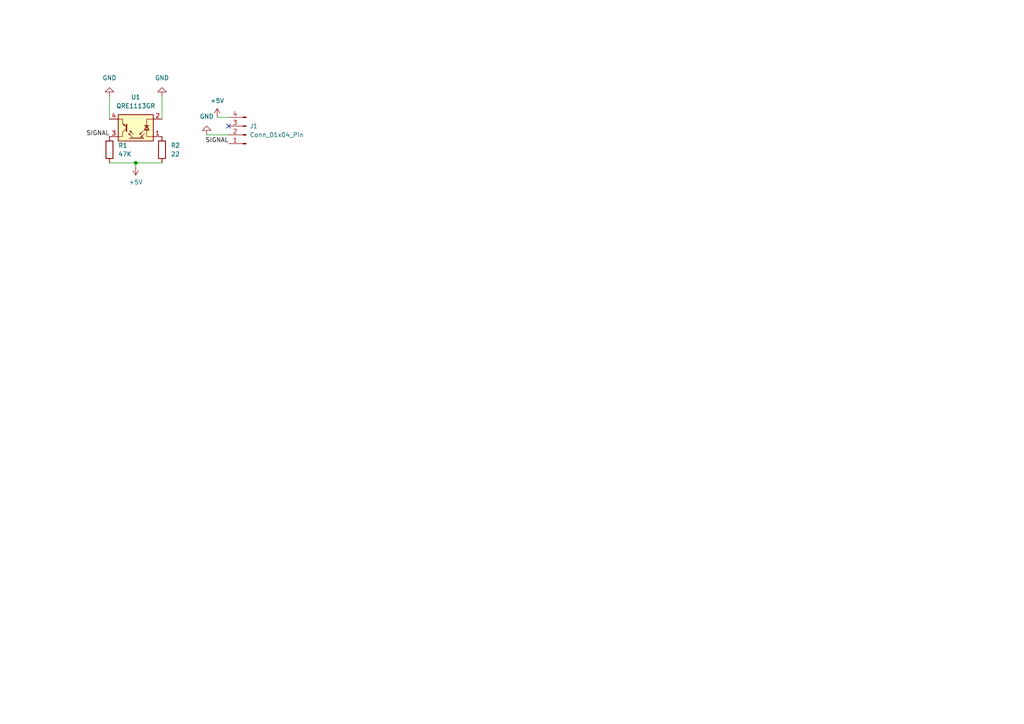
<source format=kicad_sch>
(kicad_sch (version 20230121) (generator eeschema)
  (paper "A4")
  (lib_symbols
    (symbol "Connector:Conn_01x04_Pin" (pin_names (offset 1.016) hide)
      (property "Reference" "J" (at 0 5.08 0))
      (property "Value" "Conn_01x04_Pin" (at 0 -7.62 0))
      (symbol "Conn_01x04_Pin_1_1"
        (polyline (pts (xy 1.27 -5.08) (xy 0.8636 -5.08)) (stroke (width 0.1524)))
        (polyline (pts (xy 1.27 -2.54) (xy 0.8636 -2.54)) (stroke (width 0.1524)))
        (polyline (pts (xy 1.27 0) (xy 0.8636 0)) (stroke (width 0.1524)))
        (polyline (pts (xy 1.27 2.54) (xy 0.8636 2.54)) (stroke (width 0.1524)))
        (rectangle (start 0.8636 -4.953) (end 0 -5.207) (stroke (width 0.1524)) (fill (type outline)))
        (rectangle (start 0.8636 -2.413) (end 0 -2.667) (stroke (width 0.1524)) (fill (type outline)))
        (rectangle (start 0.8636 0.127) (end 0 -0.127) (stroke (width 0.1524)) (fill (type outline)))
        (rectangle (start 0.8636 2.667) (end 0 2.413) (stroke (width 0.1524)) (fill (type outline)))
        (pin passive line (at 5.08 2.54 180) (length 3.81) (name "Pin_1") (number "1"))
        (pin passive line (at 5.08 0 180) (length 3.81) (name "Pin_2") (number "2"))
        (pin passive line (at 5.08 -2.54 180) (length 3.81) (name "Pin_3") (number "3"))
        (pin passive line (at 5.08 -5.08 180) (length 3.81) (name "Pin_4") (number "4"))
      )
    )
    (symbol "Device:R" (pin_numbers hide) (pin_names (offset 0))
      (property "Reference" "R" (at 2.032 0 90))
      (property "Value" "R" (at 0 0 90))
      (symbol "R_0_1"
        (rectangle (start -1.016 -2.54) (end 1.016 2.54) (stroke (width 0.254)))
      )
      (symbol "R_1_1"
        (pin passive line (at 0 3.81 270) (length 1.27) (name "~") (number "1"))
        (pin passive line (at 0 -3.81 90) (length 1.27) (name "~") (number "2"))
      )
    )
    (symbol "Sensor_Proximity:QRE1113GR" (pin_names (offset 0.0254) hide)
      (property "Reference" "U" (at -3.81 5.08 0))
      (property "Value" "QRE1113GR" (at 11.43 5.08 0))
      (symbol "QRE1113GR_0_1"
        (polyline (pts (xy -3.81 -0.635) (xy -2.54 -0.635)) (stroke (width 0.254)))
        (polyline (pts (xy -2.286 2.921) (xy -2.032 3.175)))
        (polyline (pts (xy -1.778 2.921) (xy -1.524 3.175)))
        (polyline (pts (xy -1.524 2.667) (xy -1.651 2.159)))
        (polyline (pts (xy -1.27 2.921) (xy -1.016 3.175)))
        (polyline (pts (xy -1.143 1.905) (xy -1.27 1.397)))
        (polyline (pts (xy -0.762 2.921) (xy -0.508 3.175)))
        (polyline (pts (xy -0.254 2.921) (xy 0 3.175)))
        (polyline (pts (xy 0.254 2.921) (xy 0.508 3.175)))
        (polyline (pts (xy 0.762 2.921) (xy 1.016 3.175)))
        (polyline (pts (xy 1.27 2.921) (xy 1.524 3.175)))
        (polyline (pts (xy 1.651 0.889) (xy 1.143 1.016)))
        (polyline (pts (xy 1.778 2.921) (xy -2.413 2.921)))
        (polyline (pts (xy 2.032 1.651) (xy 1.524 1.778)))
        (polyline (pts (xy 2.667 -0.127) (xy 3.81 -1.27)))
        (polyline (pts (xy 2.667 0.127) (xy 3.81 1.27)))
        (polyline (pts (xy -2.54 1.651) (xy -1.524 2.667) (xy -2.032 2.54)))
        (polyline (pts (xy -2.159 0.889) (xy -1.143 1.905) (xy -1.651 1.778)))
        (polyline (pts (xy 0.635 1.905) (xy 1.651 0.889) (xy 1.524 1.397)))
        (polyline (pts (xy 1.016 2.667) (xy 2.032 1.651) (xy 1.905 2.159)))
        (polyline (pts (xy 2.667 1.016) (xy 2.667 -1.016) (xy 2.667 -1.016)) (stroke (width 0.3556)))
        (polyline (pts (xy 3.81 -1.27) (xy 3.81 -2.54) (xy 5.08 -2.54)))
        (polyline (pts (xy 3.81 1.27) (xy 3.81 2.54) (xy 5.08 2.54)))
        (polyline (pts (xy -5.08 -2.54) (xy -3.175 -2.54) (xy -3.175 2.54) (xy -5.08 2.54)))
        (polyline (pts (xy -3.175 -0.635) (xy -3.81 0.635) (xy -2.54 0.635) (xy -3.175 -0.635)) (stroke (width 0.254)))
        (polyline (pts (xy 3.683 -1.143) (xy 3.429 -0.635) (xy 3.175 -0.889) (xy 3.683 -1.143)))
        (polyline (pts (xy -5.08 -3.81) (xy 5.08 -3.81) (xy 5.08 3.81) (xy -5.08 3.81) (xy -5.08 -3.81)) (stroke (width 0.254)) (fill (type background)))
      )
      (symbol "QRE1113GR_1_1"
        (pin passive line (at -7.62 2.54 0) (length 2.54) (name "A") (number "1"))
        (pin passive line (at -7.62 -2.54 0) (length 2.54) (name "K") (number "2"))
        (pin open_collector line (at 7.62 2.54 180) (length 2.54) (name "~") (number "3"))
        (pin open_emitter line (at 7.62 -2.54 180) (length 2.54) (name "~") (number "4"))
      )
    )
    (symbol "power:+5V" (power) (pin_names (offset 0))
      (property "Value" "+5V" (at 0 3.556 0))
      (symbol "+5V_0_1"
        (polyline (pts (xy -0.762 1.27) (xy 0 2.54)))
        (polyline (pts (xy 0 0) (xy 0 2.54)))
        (polyline (pts (xy 0 2.54) (xy 0.762 1.27)))
      )
      (symbol "+5V_1_1"
        (pin power_in line (at 0 0 90) (length 0) hide (name "+5V") (number "1"))
      )
    )
    (symbol "power:GND" (power) (pin_names (offset 0))
      (property "Value" "GND" (at 0 -3.81 0))
      (symbol "GND_0_1"
        (polyline (pts (xy 0 0) (xy 0 -1.27) (xy 1.27 -1.27) (xy 0 -2.54) (xy -1.27 -1.27) (xy 0 -1.27)))
      )
      (symbol "GND_1_1"
        (pin power_in line (at 0 0 270) (length 0) hide (name "GND") (number "1"))
      )
    )
  )
  (junction (at 39.37 47.244))
  (no_connect (at 66.294 36.576))
  (wire (pts (xy 31.75 47.244) (xy 39.37 47.244)))
  (wire (pts (xy 46.99 27.94) (xy 46.99 34.544)))
  (wire (pts (xy 62.992 34.036) (xy 66.294 34.036)))
  (wire (pts (xy 39.37 48.26) (xy 39.37 47.244)))
  (wire (pts (xy 59.944 39.116) (xy 66.294 39.116)))
  (wire (pts (xy 31.75 27.94) (xy 31.75 34.544)))
  (wire (pts (xy 39.37 47.244) (xy 46.99 47.244)))
  (label "SIGNAL" (at 66.294 41.656 180))
  (label "SIGNAL" (at 31.75 39.624 180))
  (symbol (lib_id "Device:R") (at 31.75 43.434 0) (unit 1)
    (property "Reference" "R1" (at 34.29 42.164 0) (effects (justify left)))
    (property "Value" "47K" (at 34.29 44.704 0) (effects (justify left)))
    (property "Footprint" "Resistor_SMD:R_1206_3216Metric_Pad1.30x1.75mm_HandSolder" (effects hide))
  )
  (symbol (lib_id "Sensor_Proximity:QRE1113GR") (at 39.37 37.084 180) (unit 1)
    (property "Reference" "U1" (at 39.37 28.194 0))
    (property "Value" "QRE1113GR" (at 39.37 30.734 0))
    (property "Footprint" "OptoDevice:OnSemi_CASE100CY" (effects hide))
    (property "Datasheet" "http://www.onsemi.com/pub/Collateral/QRE1113-D.PDF" (effects hide))
  )
  (symbol (lib_id "Device:R") (at 46.99 43.434 0) (unit 1)
    (property "Reference" "R2" (at 49.53 42.164 0) (effects (justify left)))
    (property "Value" "22" (at 49.53 44.704 0) (effects (justify left)))
    (property "Footprint" "Resistor_SMD:R_1206_3216Metric_Pad1.30x1.75mm_HandSolder" (effects hide))
  )
  (symbol (lib_id "power:+5V") (at 62.992 34.036 0) (unit 1)
    (property "Reference" "#PWR05" (effects hide))
    (property "Value" "+5V" (at 62.992 29.21 0))
  )
  (symbol (lib_id "power:GND") (at 46.99 27.94 180) (unit 1)
    (property "Reference" "#PWR02" (effects hide))
    (property "Value" "GND" (at 46.99 22.606 0))
  )
  (symbol (lib_id "power:GND") (at 59.944 39.116 180) (unit 1)
    (property "Reference" "#PWR04" (effects hide))
    (property "Value" "GND" (at 59.944 33.782 0))
  )
  (symbol (lib_id "Connector:Conn_01x04_Pin") (at 71.374 39.116 180) (unit 1)
    (property "Reference" "J1" (at 72.39 36.576 0) (effects (justify right)))
    (property "Value" "Conn_01x04_Pin" (at 72.39 39.116 0) (effects (justify right)))
    (property "Footprint" "Connector_PinHeader_2.54mm:PinHeader_1x04_P2.54mm_Horizontal" (effects hide))
  )
  (symbol (lib_id "power:+5V") (at 39.37 48.26 180) (unit 1)
    (property "Reference" "#PWR03" (effects hide))
    (property "Value" "+5V" (at 39.37 52.832 0))
  )
  (symbol (lib_id "power:GND") (at 31.75 27.94 180) (unit 1)
    (property "Reference" "#PWR01" (effects hide))
    (property "Value" "GND" (at 31.75 22.606 0))
  )
)
</source>
